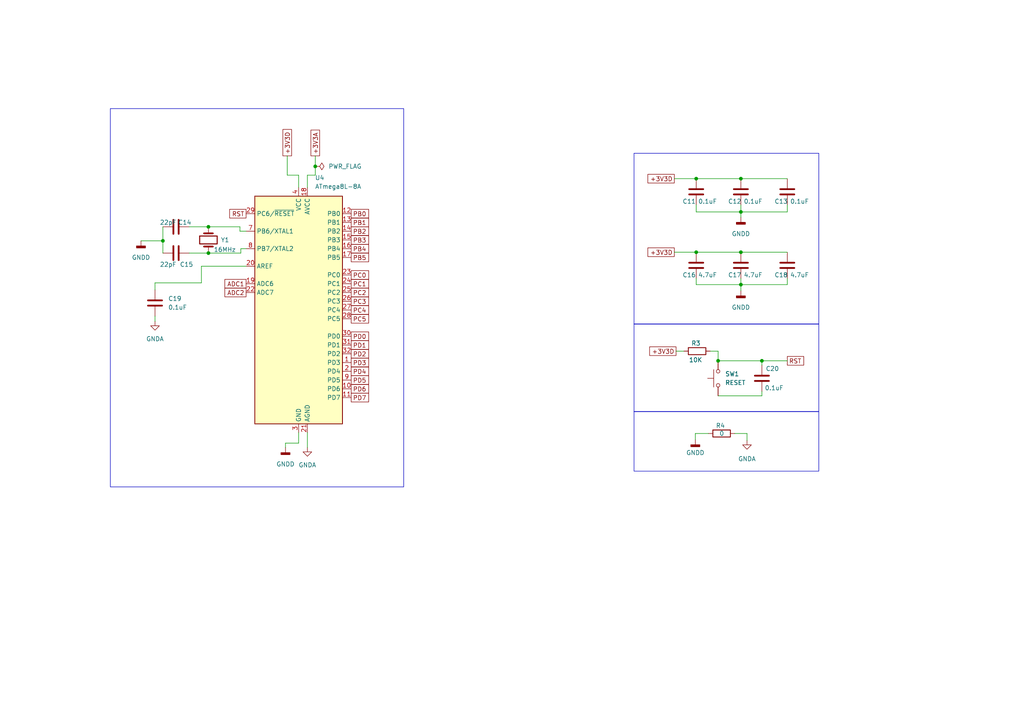
<source format=kicad_sch>
(kicad_sch (version 20230121) (generator eeschema)
  (paper "A4")
  (lib_symbols
    (symbol "Device:C" (pin_numbers hide) (pin_names (offset 0.254))
      (property "Reference" "C" (at 0.635 2.54 0))
      (property "Value" "C" (at 0.635 -2.54 0))
      (symbol "C_0_1"
        (polyline (pts (xy -2.032 -0.762) (xy 2.032 -0.762)) (stroke (width 0.508)))
        (polyline (pts (xy -2.032 0.762) (xy 2.032 0.762)) (stroke (width 0.508)))
      )
      (symbol "C_1_1"
        (pin passive line (at 0 3.81 270) (length 2.794) (name "~") (number "1"))
        (pin passive line (at 0 -3.81 90) (length 2.794) (name "~") (number "2"))
      )
    )
    (symbol "Device:Crystal" (pin_numbers hide) (pin_names (offset 1.016) hide)
      (property "Reference" "Y" (at 0 3.81 0))
      (property "Value" "Crystal" (at 0 -3.81 0))
      (symbol "Crystal_0_1"
        (rectangle (start -1.143 2.54) (end 1.143 -2.54) (stroke (width 0.3048)))
        (polyline (pts (xy -2.54 0) (xy -1.905 0)))
        (polyline (pts (xy -1.905 -1.27) (xy -1.905 1.27)) (stroke (width 0.508)))
        (polyline (pts (xy 1.905 -1.27) (xy 1.905 1.27)) (stroke (width 0.508)))
        (polyline (pts (xy 2.54 0) (xy 1.905 0)))
      )
      (symbol "Crystal_1_1"
        (pin passive line (at -3.81 0 0) (length 1.27) (name "1") (number "1"))
        (pin passive line (at 3.81 0 180) (length 1.27) (name "2") (number "2"))
      )
    )
    (symbol "Device:R" (pin_numbers hide) (pin_names (offset 0))
      (property "Reference" "R" (at 2.032 0 90))
      (property "Value" "R" (at 0 0 90))
      (symbol "R_0_1"
        (rectangle (start -1.016 -2.54) (end 1.016 2.54) (stroke (width 0.254)))
      )
      (symbol "R_1_1"
        (pin passive line (at 0 3.81 270) (length 1.27) (name "~") (number "1"))
        (pin passive line (at 0 -3.81 90) (length 1.27) (name "~") (number "2"))
      )
    )
    (symbol "MCU_Microchip_ATmega:ATmega8L-8A"
      (property "Reference" "U" (at -12.7 34.29 0))
      (property "Value" "ATmega8L-8A" (at 5.08 -34.29 0))
      (symbol "ATmega8L-8A_0_1"
        (rectangle (start -12.7 -33.02) (end 12.7 33.02) (stroke (width 0.254)) (fill (type background)))
      )
      (symbol "ATmega8L-8A_1_1"
        (pin bidirectional line (at 15.24 -15.24 180) (length 2.54) (name "PD3") (number "1"))
        (pin bidirectional line (at 15.24 -22.86 180) (length 2.54) (name "PD6") (number "10"))
        (pin bidirectional line (at 15.24 -25.4 180) (length 2.54) (name "PD7") (number "11"))
        (pin bidirectional line (at 15.24 27.94 180) (length 2.54) (name "PB0") (number "12"))
        (pin bidirectional line (at 15.24 25.4 180) (length 2.54) (name "PB1") (number "13"))
        (pin bidirectional line (at 15.24 22.86 180) (length 2.54) (name "PB2") (number "14"))
        (pin bidirectional line (at 15.24 20.32 180) (length 2.54) (name "PB3") (number "15"))
        (pin bidirectional line (at 15.24 17.78 180) (length 2.54) (name "PB4") (number "16"))
        (pin bidirectional line (at 15.24 15.24 180) (length 2.54) (name "PB5") (number "17"))
        (pin power_in line (at 2.54 35.56 270) (length 2.54) (name "AVCC") (number "18"))
        (pin input line (at -15.24 7.62 0) (length 2.54) (name "ADC6") (number "19"))
        (pin bidirectional line (at 15.24 -17.78 180) (length 2.54) (name "PD4") (number "2"))
        (pin passive line (at -15.24 12.7 0) (length 2.54) (name "AREF") (number "20"))
        (pin power_in line (at 2.54 -35.56 90) (length 2.54) (name "AGND") (number "21"))
        (pin input line (at -15.24 5.08 0) (length 2.54) (name "ADC7") (number "22"))
        (pin bidirectional line (at 15.24 10.16 180) (length 2.54) (name "PC0") (number "23"))
        (pin bidirectional line (at 15.24 7.62 180) (length 2.54) (name "PC1") (number "24"))
        (pin bidirectional line (at 15.24 5.08 180) (length 2.54) (name "PC2") (number "25"))
        (pin bidirectional line (at 15.24 2.54 180) (length 2.54) (name "PC3") (number "26"))
        (pin bidirectional line (at 15.24 0 180) (length 2.54) (name "PC4") (number "27"))
        (pin bidirectional line (at 15.24 -2.54 180) (length 2.54) (name "PC5") (number "28"))
        (pin bidirectional line (at -15.24 27.94 0) (length 2.54) (name "PC6/~{RESET}") (number "29"))
        (pin power_in line (at 0 -35.56 90) (length 2.54) (name "GND") (number "3"))
        (pin bidirectional line (at 15.24 -7.62 180) (length 2.54) (name "PD0") (number "30"))
        (pin bidirectional line (at 15.24 -10.16 180) (length 2.54) (name "PD1") (number "31"))
        (pin bidirectional line (at 15.24 -12.7 180) (length 2.54) (name "PD2") (number "32"))
        (pin power_in line (at 0 35.56 270) (length 2.54) (name "VCC") (number "4"))
        (pin passive line (at 0 -35.56 90) (length 2.54) hide (name "GND") (number "5"))
        (pin passive line (at 0 35.56 270) (length 2.54) hide (name "VCC") (number "6"))
        (pin bidirectional line (at -15.24 22.86 0) (length 2.54) (name "PB6/XTAL1") (number "7"))
        (pin bidirectional line (at -15.24 17.78 0) (length 2.54) (name "PB7/XTAL2") (number "8"))
        (pin bidirectional line (at 15.24 -20.32 180) (length 2.54) (name "PD5") (number "9"))
      )
    )
    (symbol "Switch:SW_MEC_5G" (pin_numbers hide) (pin_names (offset 1.016) hide)
      (property "Reference" "SW" (at 1.27 2.54 0))
      (property "Value" "SW_MEC_5G" (at 0 -1.524 0))
      (symbol "SW_MEC_5G_0_1"
        (circle (center -2.032 0) (radius 0.508))
        (polyline (pts (xy 0 1.27) (xy 0 3.048)))
        (polyline (pts (xy 2.54 1.27) (xy -2.54 1.27)))
        (circle (center 2.032 0) (radius 0.508))
        (pin passive line (at -5.08 0 0) (length 2.54) (name "A") (number "1"))
        (pin passive line (at 5.08 0 180) (length 2.54) (name "B") (number "3"))
      )
      (symbol "SW_MEC_5G_1_1"
        (pin passive line (at -5.08 0 0) (length 2.54) hide (name "A") (number "2"))
        (pin passive line (at 5.08 0 180) (length 2.54) hide (name "B") (number "4"))
      )
    )
    (symbol "power:GNDA" (power) (pin_names (offset 0))
      (property "Value" "GNDA" (at 0 -3.81 0))
      (symbol "GNDA_0_1"
        (polyline (pts (xy 0 0) (xy 0 -1.27) (xy 1.27 -1.27) (xy 0 -2.54) (xy -1.27 -1.27) (xy 0 -1.27)))
      )
      (symbol "GNDA_1_1"
        (pin power_in line (at 0 0 270) (length 0) hide (name "GNDA") (number "1"))
      )
    )
    (symbol "power:GNDD" (power) (pin_names (offset 0))
      (property "Value" "GNDD" (at 0 -3.175 0))
      (symbol "GNDD_0_1"
        (rectangle (start -1.27 -1.524) (end 1.27 -2.032) (stroke (width 0.254)) (fill (type outline)))
        (polyline (pts (xy 0 0) (xy 0 -1.524)))
      )
      (symbol "GNDD_1_1"
        (pin power_in line (at 0 0 270) (length 0) hide (name "GNDD") (number "1"))
      )
    )
    (symbol "power:PWR_FLAG" (power) (pin_numbers hide) (pin_names (offset 0) hide)
      (property "Value" "PWR_FLAG" (at 0 3.81 0))
      (symbol "PWR_FLAG_0_0"
        (pin power_out line (at 0 0 90) (length 0) (name "pwr") (number "1"))
      )
      (symbol "PWR_FLAG_0_1"
        (polyline (pts (xy 0 0) (xy 0 1.27) (xy -1.016 1.905) (xy 0 2.54) (xy 1.016 1.905) (xy 0 1.27)))
      )
    )
  )
  (junction (at 47.244 69.85))
  (junction (at 214.884 82.55))
  (junction (at 60.452 65.786))
  (junction (at 201.93 73.152))
  (junction (at 91.44 48.26))
  (junction (at 60.452 73.406))
  (junction (at 201.93 51.816))
  (junction (at 214.884 51.816))
  (junction (at 220.98 104.648))
  (junction (at 208.28 104.648))
  (junction (at 214.884 61.468))
  (junction (at 214.884 73.152))
  (wire (pts (xy 201.676 125.73) (xy 201.676 127.508)))
  (wire (pts (xy 208.28 101.854) (xy 208.28 104.648)))
  (wire (pts (xy 82.804 128.524) (xy 86.614 128.524)))
  (wire (pts (xy 220.98 104.648) (xy 228.346 104.648)))
  (wire (pts (xy 201.93 51.816) (xy 214.884 51.816)))
  (wire (pts (xy 195.58 51.816) (xy 201.93 51.816)))
  (wire (pts (xy 201.93 73.152) (xy 214.884 73.152)))
  (wire (pts (xy 214.884 82.55) (xy 214.884 80.772)))
  (wire (pts (xy 201.93 82.55) (xy 201.93 80.772)))
  (wire (pts (xy 214.884 82.55) (xy 214.884 84.328)))
  (wire (pts (xy 83.312 45.212) (xy 83.312 50.8)))
  (wire (pts (xy 71.374 72.136) (xy 69.85 72.136)))
  (wire (pts (xy 214.884 51.816) (xy 228.346 51.816)))
  (wire (pts (xy 214.884 82.55) (xy 228.346 82.55)))
  (wire (pts (xy 228.346 61.468) (xy 228.346 59.436)))
  (wire (pts (xy 69.596 67.056) (xy 69.596 65.786)))
  (wire (pts (xy 214.884 61.468) (xy 214.884 59.436)))
  (wire (pts (xy 214.884 73.152) (xy 228.346 73.152)))
  (wire (pts (xy 69.85 73.406) (xy 60.452 73.406)))
  (wire (pts (xy 69.596 65.786) (xy 60.452 65.786)))
  (wire (pts (xy 205.994 101.854) (xy 208.28 101.854)))
  (wire (pts (xy 44.958 82.042) (xy 58.42 82.042)))
  (wire (pts (xy 214.884 61.468) (xy 228.346 61.468)))
  (wire (pts (xy 228.346 82.55) (xy 228.346 80.772)))
  (wire (pts (xy 83.312 50.8) (xy 86.614 50.8)))
  (wire (pts (xy 71.374 67.056) (xy 69.596 67.056)))
  (wire (pts (xy 54.864 73.406) (xy 60.452 73.406)))
  (wire (pts (xy 58.42 82.042) (xy 58.42 77.216)))
  (wire (pts (xy 213.106 125.73) (xy 216.662 125.73)))
  (wire (pts (xy 44.958 93.218) (xy 44.958 91.694)))
  (wire (pts (xy 47.244 65.786) (xy 47.244 69.85)))
  (wire (pts (xy 47.244 69.85) (xy 47.244 73.406)))
  (wire (pts (xy 201.93 61.468) (xy 214.884 61.468)))
  (wire (pts (xy 54.864 65.786) (xy 60.452 65.786)))
  (wire (pts (xy 198.374 101.854) (xy 196.088 101.854)))
  (wire (pts (xy 91.44 48.26) (xy 91.44 50.8)))
  (wire (pts (xy 214.884 61.468) (xy 214.884 62.992)))
  (wire (pts (xy 220.98 105.918) (xy 220.98 104.648)))
  (wire (pts (xy 216.662 125.73) (xy 216.662 127.762)))
  (wire (pts (xy 40.894 69.85) (xy 47.244 69.85)))
  (wire (pts (xy 91.44 45.212) (xy 91.44 48.26)))
  (wire (pts (xy 44.958 84.074) (xy 44.958 82.042)))
  (wire (pts (xy 89.154 50.8) (xy 91.44 50.8)))
  (wire (pts (xy 89.154 54.356) (xy 89.154 50.8)))
  (wire (pts (xy 82.804 128.524) (xy 82.804 129.794)))
  (wire (pts (xy 208.28 114.808) (xy 220.98 114.808)))
  (wire (pts (xy 86.614 50.8) (xy 86.614 54.356)))
  (wire (pts (xy 86.614 128.524) (xy 86.614 125.476)))
  (wire (pts (xy 58.42 77.216) (xy 71.374 77.216)))
  (wire (pts (xy 220.98 104.648) (xy 208.28 104.648)))
  (wire (pts (xy 201.93 82.55) (xy 214.884 82.55)))
  (wire (pts (xy 195.58 73.152) (xy 201.93 73.152)))
  (wire (pts (xy 201.93 61.468) (xy 201.93 59.436)))
  (wire (pts (xy 89.154 125.476) (xy 89.154 129.794)))
  (wire (pts (xy 220.98 114.808) (xy 220.98 113.538)))
  (wire (pts (xy 69.85 72.136) (xy 69.85 73.406)))
  (wire (pts (xy 205.486 125.73) (xy 201.676 125.73)))
  (rectangle (start 183.896 93.98) (end 237.49 119.38))
  (rectangle (start 183.896 119.38) (end 237.49 136.652))
  (rectangle (start 32.004 31.496) (end 117.094 141.224))
  (rectangle (start 183.896 44.45) (end 237.49 93.98))
  (global_label "PC4" (shape passive) (at 101.854 89.916 0) (property "Intersheetrefs" "${INTERSHEET_REFS}" (effects hide)))
  (global_label "PD7" (shape passive) (at 101.854 115.316 0) (property "Intersheetrefs" "${INTERSHEET_REFS}" (effects hide)))
  (global_label "PD3" (shape passive) (at 101.854 105.156 0) (property "Intersheetrefs" "${INTERSHEET_REFS}" (effects hide)))
  (global_label "PC2" (shape passive) (at 101.854 84.836 0) (property "Intersheetrefs" "${INTERSHEET_REFS}" (effects hide)))
  (global_label "PD6" (shape passive) (at 101.854 112.776 0) (property "Intersheetrefs" "${INTERSHEET_REFS}" (effects hide)))
  (global_label "ADC1" (shape passive) (at 71.374 82.296 180) (property "Intersheetrefs" "${INTERSHEET_REFS}" (effects hide)))
  (global_label "PD0" (shape passive) (at 101.854 97.536 0) (property "Intersheetrefs" "${INTERSHEET_REFS}" (effects hide)))
  (global_label "PD4" (shape passive) (at 101.854 107.696 0) (property "Intersheetrefs" "${INTERSHEET_REFS}" (effects hide)))
  (global_label "PB5" (shape passive) (at 101.854 74.676 0) (property "Intersheetrefs" "${INTERSHEET_REFS}" (effects hide)))
  (global_label "+3V3D" (shape passive) (at 195.58 73.152 180) (property "Intersheetrefs" "${INTERSHEET_REFS}" (effects hide)))
  (global_label "ADC2" (shape passive) (at 71.374 84.836 180) (property "Intersheetrefs" "${INTERSHEET_REFS}" (effects hide)))
  (global_label "+3V3A" (shape passive) (at 91.44 45.212 90) (property "Intersheetrefs" "${INTERSHEET_REFS}" (effects hide)))
  (global_label "PD2" (shape passive) (at 101.854 102.616 0) (property "Intersheetrefs" "${INTERSHEET_REFS}" (effects hide)))
  (global_label "RST" (shape passive) (at 71.374 61.976 180) (property "Intersheetrefs" "${INTERSHEET_REFS}" (effects hide)))
  (global_label "PC5" (shape passive) (at 101.854 92.456 0) (property "Intersheetrefs" "${INTERSHEET_REFS}" (effects hide)))
  (global_label "+3V3D" (shape passive) (at 83.312 45.212 90) (property "Intersheetrefs" "${INTERSHEET_REFS}" (effects hide)))
  (global_label "PB3" (shape passive) (at 101.854 69.596 0) (property "Intersheetrefs" "${INTERSHEET_REFS}" (effects hide)))
  (global_label "PB2" (shape passive) (at 101.854 67.056 0) (property "Intersheetrefs" "${INTERSHEET_REFS}" (effects hide)))
  (global_label "+3V3D" (shape passive) (at 196.088 101.854 180) (property "Intersheetrefs" "${INTERSHEET_REFS}" (effects hide)))
  (global_label "PB0" (shape passive) (at 101.854 61.976 0) (property "Intersheetrefs" "${INTERSHEET_REFS}" (effects hide)))
  (global_label "PD1" (shape passive) (at 101.854 100.076 0) (property "Intersheetrefs" "${INTERSHEET_REFS}" (effects hide)))
  (global_label "PD5" (shape passive) (at 101.854 110.236 0) (property "Intersheetrefs" "${INTERSHEET_REFS}" (effects hide)))
  (global_label "PC0" (shape passive) (at 101.854 79.756 0) (property "Intersheetrefs" "${INTERSHEET_REFS}" (effects hide)))
  (global_label "+3V3D" (shape passive) (at 195.58 51.816 180) (property "Intersheetrefs" "${INTERSHEET_REFS}" (effects hide)))
  (global_label "PC1" (shape passive) (at 101.854 82.296 0) (property "Intersheetrefs" "${INTERSHEET_REFS}" (effects hide)))
  (global_label "PB4" (shape passive) (at 101.854 72.136 0) (property "Intersheetrefs" "${INTERSHEET_REFS}" (effects hide)))
  (global_label "PB1" (shape passive) (at 101.854 64.516 0) (property "Intersheetrefs" "${INTERSHEET_REFS}" (effects hide)))
  (global_label "RST" (shape passive) (at 228.346 104.648 0) (property "Intersheetrefs" "${INTERSHEET_REFS}" (effects hide)))
  (global_label "PC3" (shape passive) (at 101.854 87.376 0) (property "Intersheetrefs" "${INTERSHEET_REFS}" (effects hide)))
  (symbol (lib_id "Device:Crystal") (at 60.452 69.596 270) (unit 1)
    (property "Reference" "Y1" (at 64.008 69.596 90) (effects (justify left)))
    (property "Value" "16MHz" (at 61.976 72.39 90) (effects (justify left)))
    (property "Footprint" "Crystal:Crystal_SMD_HC49-SD" (effects hide))
  )
  (symbol (lib_id "Device:C") (at 214.884 76.962 0) (unit 1)
    (property "Reference" "C17" (at 213.106 79.756 0))
    (property "Value" "4.7uF" (at 218.44 79.756 0))
    (property "Footprint" "SparkFun-Capacitor:C_0603_1608Metric" (effects hide))
  )
  (symbol (lib_id "power:GNDA") (at 44.958 93.218 0) (unit 1)
    (property "Reference" "#PWR012" (effects hide))
    (property "Value" "GNDA" (at 44.958 98.298 0))
  )
  (symbol (lib_id "Switch:SW_MEC_5G") (at 208.28 109.728 90) (unit 1)
    (property "Reference" "SW1" (at 210.312 108.458 90) (effects (justify right)))
    (property "Value" "RESET" (at 210.312 110.998 90) (effects (justify right)))
    (property "Footprint" "Button_Switch_SMD:SW_SPST_B3U-1000P" (effects hide))
    (property "Datasheet" "http://www.apem.com/int/index.php?controller=attachment&id_attachment=488" (effects hide))
  )
  (symbol (lib_id "Device:C") (at 44.958 87.884 180) (unit 1)
    (property "Reference" "C19" (at 48.768 86.614 0) (effects (justify right)))
    (property "Value" "0.1uF" (at 48.768 89.154 0) (effects (justify right)))
    (property "Footprint" "SparkFun-Capacitor:C_0603_1608Metric" (effects hide))
  )
  (symbol (lib_id "Device:C") (at 201.93 55.626 0) (unit 1)
    (property "Reference" "C11" (at 199.898 58.42 0))
    (property "Value" "0.1uF" (at 205.232 58.42 0))
    (property "Footprint" "SparkFun-Capacitor:C_0603_1608Metric" (effects hide))
  )
  (symbol (lib_id "Device:C") (at 228.346 55.626 0) (unit 1)
    (property "Reference" "C13" (at 226.568 58.42 0))
    (property "Value" "0.1uF" (at 231.902 58.42 0))
    (property "Footprint" "SparkFun-Capacitor:C_0603_1608Metric" (effects hide))
  )
  (symbol (lib_id "power:GNDA") (at 216.662 127.762 0) (unit 1)
    (property "Reference" "#PWR017" (effects hide))
    (property "Value" "GNDA" (at 216.662 133.096 0))
  )
  (symbol (lib_id "power:GNDD") (at 214.884 84.328 0) (unit 1)
    (property "Reference" "#PWR016" (effects hide))
    (property "Value" "GNDD" (at 214.884 89.154 0))
  )
  (symbol (lib_id "Device:C") (at 220.98 109.728 0) (unit 1)
    (property "Reference" "C20" (at 224.028 106.934 0))
    (property "Value" "0.1uF" (at 224.536 112.522 0))
    (property "Footprint" "SparkFun-Capacitor:C_0603_1608Metric" (effects hide))
  )
  (symbol (lib_id "Device:R") (at 209.296 125.73 90) (unit 1)
    (property "Reference" "R4" (at 210.312 123.444 90) (effects (justify left)))
    (property "Value" "0" (at 210.058 125.73 90) (effects (justify left)))
    (property "Footprint" "Resistor_SMD:R_0402_1005Metric_Pad0.72x0.64mm_HandSolder" (effects hide))
  )
  (symbol (lib_id "Device:C") (at 51.054 73.406 270) (unit 1)
    (property "Reference" "C15" (at 54.102 76.708 90))
    (property "Value" "22pF" (at 48.768 76.708 90))
    (property "Footprint" "SparkFun-Capacitor:C_0402_1005Metric" (effects hide))
  )
  (symbol (lib_id "Device:C") (at 51.054 65.786 90) (unit 1)
    (property "Reference" "C14" (at 53.594 64.516 90))
    (property "Value" "22pF" (at 48.768 64.516 90))
    (property "Footprint" "SparkFun-Capacitor:C_0402_1005Metric" (effects hide))
  )
  (symbol (lib_id "power:PWR_FLAG") (at 91.44 48.26 270) (unit 1)
    (property "Reference" "#FLG02" (effects hide))
    (property "Value" "PWR_FLAG" (at 95.25 48.26 90) (effects (justify left)))
  )
  (symbol (lib_id "power:GNDD") (at 214.884 62.992 0) (unit 1)
    (property "Reference" "#PWR015" (effects hide))
    (property "Value" "GNDD" (at 214.884 67.818 0))
  )
  (symbol (lib_id "Device:C") (at 201.93 76.962 0) (unit 1)
    (property "Reference" "C16" (at 199.898 79.756 0))
    (property "Value" "4.7uF" (at 205.232 79.756 0))
    (property "Footprint" "SparkFun-Capacitor:C_0603_1608Metric" (effects hide))
  )
  (symbol (lib_id "Device:C") (at 214.884 55.626 0) (unit 1)
    (property "Reference" "C12" (at 213.106 58.42 0))
    (property "Value" "0.1uF" (at 218.44 58.42 0))
    (property "Footprint" "SparkFun-Capacitor:C_0603_1608Metric" (effects hide))
  )
  (symbol (lib_id "power:GNDD") (at 82.804 129.794 0) (unit 1)
    (property "Reference" "#PWR013" (effects hide))
    (property "Value" "GNDD" (at 82.804 134.62 0))
  )
  (symbol (lib_id "MCU_Microchip_ATmega:ATmega8L-8A") (at 86.614 89.916 0) (unit 1)
    (property "Reference" "U4" (at 91.3481 51.562 0) (effects (justify left)))
    (property "Value" "ATmega8L-8A" (at 91.3481 54.102 0) (effects (justify left)))
    (property "Footprint" "Package_QFP:TQFP-32_7x7mm_P0.8mm" (effects hide))
    (property "Datasheet" "http://ww1.microchip.com/downloads/en/DeviceDoc/atmel-2486-8-bit-avr-microcontroller-atmega8_l_datasheet.pdf" (effects hide))
  )
  (symbol (lib_id "power:GNDA") (at 89.154 129.794 0) (unit 1)
    (property "Reference" "#PWR014" (effects hide))
    (property "Value" "GNDA" (at 89.154 134.874 0))
  )
  (symbol (lib_id "Device:R") (at 202.184 101.854 90) (unit 1)
    (property "Reference" "R3" (at 203.2 99.568 90) (effects (justify left)))
    (property "Value" "10K" (at 203.708 104.394 90) (effects (justify left)))
    (property "Footprint" "Resistor_SMD:R_0402_1005Metric_Pad0.72x0.64mm_HandSolder" (effects hide))
  )
  (symbol (lib_id "power:GNDD") (at 40.894 69.85 0) (unit 1)
    (property "Reference" "#PWR011" (effects hide))
    (property "Value" "GNDD" (at 40.894 74.676 0))
  )
  (symbol (lib_id "power:GNDD") (at 201.676 127.508 0) (unit 1)
    (property "Reference" "#PWR018" (effects hide))
    (property "Value" "GNDD" (at 201.676 131.318 0))
  )
  (symbol (lib_id "Device:C") (at 228.346 76.962 0) (unit 1)
    (property "Reference" "C18" (at 226.568 79.756 0))
    (property "Value" "4.7uF" (at 231.902 79.756 0))
    (property "Footprint" "SparkFun-Capacitor:C_0603_1608Metric" (effects hide))
  )
)
</source>
